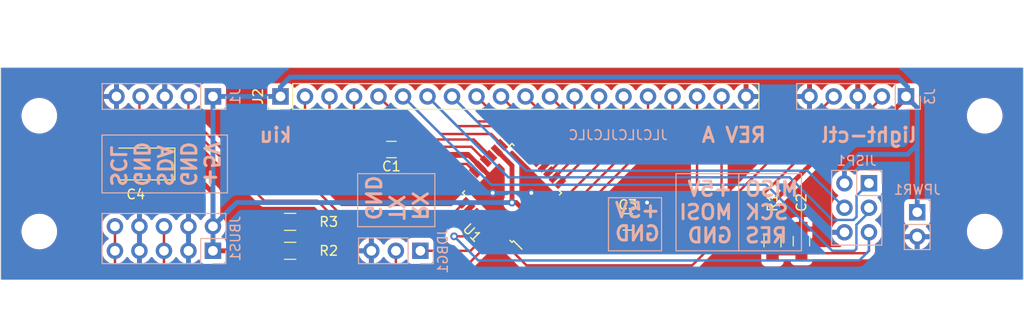
<source format=kicad_pcb>
(kicad_pcb (version 20221018) (generator pcbnew)
  (layers (0 "F.Cu" signal) (31 "B.Cu" signal) (34 "B.Paste" user) (35 "F.Paste" user) (36 "B.SilkS" user "B.Silkscreen") (37 "F.SilkS" user "F.Silkscreen") (38 "B.Mask" user) (39 "F.Mask" user) (44 "Edge.Cuts" user))
  (net 0 "")
  (net 1 "Net-(C1-Pad2)")
  (net 2 "GND")
  (net 3 "ISP_RES")
  (net 4 "+5V")
  (net 5 "SW_01_L01")
  (net 6 "SW_01_BTN")
  (net 7 "SW_07_L02")
  (net 8 "SW_07_L01")
  (net 9 "SW_07_BTN")
  (net 10 "SW_06_L02")
  (net 11 "SW_06_L01")
  (net 12 "SW_06_BTN")
  (net 13 "SW_05_L02")
  (net 14 "SW_05_L01")
  (net 15 "SW_05_BTN")
  (net 16 "SW_04_L02")
  (net 17 "SW_04_L01")
  (net 18 "ISP_SCK")
  (net 19 "ISP_MISO")
  (net 20 "ISP_MOSI")
  (net 21 "SW_02_BTN")
  (net 22 "SW_08_BTN")
  (net 23 "SW_08_L01")
  (net 24 "TWI_SCL")
  (net 25 "TWI_SDA")
  (net 26 "DBG_TX")
  (net 27 "DBG_RX")
  (net 28 "SW_03_BTN")
  (net 29 "SW_02_L02")
  (net 30 "SW_02_L01")
  (footprint "Capacitors_SMD:C_0805_HandSoldering" (layer "F.Cu") (at 140.5 108.5 180)
    (fp_text reference "C1" (at 0 -1.75) (layer "F.SilkS"))
    (fp_text value "100nF")
    (fp_line (start -0.5 0.85) (end 0.5 0.85) (stroke (width 0.12)) (layer "F.SilkS"))
    (fp_line (start 0.5 -0.85) (end -0.5 -0.85) (stroke (width 0.12)) (layer "F.SilkS"))
    (pad "1" smd rect (at -1.25 0 180) (size 1.5 1.25) (layers "F.Cu" "F.Paste" "F.Mask") (net 2 "GND"))
    (pad "2" smd rect (at 1.25 0 180) (size 1.5 1.25) (layers "F.Cu" "F.Paste" "F.Mask") (net 1 "Net-(C1-Pad2)"))
  )
  (footprint "Capacitors_SMD:C_0805_HandSoldering" (layer "F.Cu") (at 165 116)
    (fp_text reference "C3" (at 0 -1.75) (layer "F.SilkS"))
    (fp_text value "100nF")
    (fp_line (start -0.5 0.85) (end 0.5 0.85) (stroke (width 0.12)) (layer "F.SilkS"))
    (fp_line (start 0.5 -0.85) (end -0.5 -0.85) (stroke (width 0.12)) (layer "F.SilkS"))
    (pad "1" smd rect (at -1.25 0) (size 1.5 1.25) (layers "F.Cu" "F.Paste" "F.Mask") (net 4 "+5V"))
    (pad "2" smd rect (at 1.25 0) (size 1.5 1.25) (layers "F.Cu" "F.Paste" "F.Mask") (net 2 "GND"))
  )
  (footprint "Mounting_Holes:MountingHole_3.2mm_M3_DIN965" (layer "F.Cu") (at 104 105)
    (fp_text reference "H1" hide)
    (fp_text value "M3")
    (pad "" np_thru_hole circle (at 0 0) (size 3.2 3.2) (drill 3.2) (layers "*.Cu" "*.Mask"))
  )
  (footprint "Mounting_Holes:MountingHole_3.2mm_M3_DIN965" (layer "F.Cu") (at 202 105)
    (fp_text reference "H2" hide)
    (fp_text value "M3")
    (pad "" np_thru_hole circle (at 0 0) (size 3.2 3.2) (drill 3.2) (layers "*.Cu" "*.Mask"))
  )
  (footprint "Mounting_Holes:MountingHole_3.2mm_M3_DIN965" (layer "F.Cu") (at 202 117)
    (fp_text reference "H3" hide)
    (fp_text value "M3")
    (pad "" np_thru_hole circle (at 0 0) (size 3.2 3.2) (drill 3.2) (layers "*.Cu" "*.Mask"))
  )
  (footprint "Mounting_Holes:MountingHole_3.2mm_M3_DIN965" (layer "F.Cu") (at 104 117)
    (fp_text reference "H4" hide)
    (fp_text value "M3")
    (pad "" np_thru_hole circle (at 0 0) (size 3.2 3.2) (drill 3.2) (layers "*.Cu" "*.Mask"))
  )
  (footprint "Pin_Headers:Pin_Header_Straight_1x20_Pitch2.54mm" (layer "F.Cu") (at 129 103 90)
    (fp_text reference "J2" (at 0 -2.33 90) (layer "F.SilkS"))
    (fp_text value "Conn_01x20")
    (fp_line (start -1.33 -1.33) (end 0 -1.33) (stroke (width 0.12)) (layer "F.SilkS"))
    (fp_line (start -1.33 0) (end -1.33 -1.33) (stroke (width 0.12)) (layer "F.SilkS"))
    (fp_line (start -1.33 1.27) (end -1.33 49.59) (stroke (width 0.12)) (layer "F.SilkS"))
    (fp_line (start -1.33 1.27) (end 1.33 1.27) (stroke (width 0.12)) (layer "F.SilkS"))
    (fp_line (start -1.33 49.59) (end 1.33 49.59) (stroke (width 0.12)) (layer "F.SilkS"))
    (fp_line (start 1.33 1.27) (end 1.33 49.59) (stroke (width 0.12)) (layer "F.SilkS"))
    (pad "1" thru_hole rect (at 0 0 90) (size 1.7 1.7) (drill 1) (layers "*.Cu" "*.Mask") (net 4 "+5V"))
    (pad "2" thru_hole oval (at 0 2.54 90) (size 1.7 1.7) (drill 1) (layers "*.Cu" "*.Mask") (net 21 "SW_02_BTN"))
    (pad "3" thru_hole oval (at 0 5.08 90) (size 1.7 1.7) (drill 1) (layers "*.Cu" "*.Mask") (net 30 "SW_02_L01"))
    (pad "4" thru_hole oval (at 0 7.62 90) (size 1.7 1.7) (drill 1) (layers "*.Cu" "*.Mask") (net 29 "SW_02_L02"))
    (pad "5" thru_hole oval (at 0 10.16 90) (size 1.7 1.7) (drill 1) (layers "*.Cu" "*.Mask") (net 28 "SW_03_BTN"))
    (pad "6" thru_hole oval (at 0 12.7 90) (size 1.7 1.7) (drill 1) (layers "*.Cu" "*.Mask") (net 18 "ISP_SCK"))
    (pad "7" thru_hole oval (at 0 15.24 90) (size 1.7 1.7) (drill 1) (layers "*.Cu" "*.Mask") (net 19 "ISP_MISO"))
    (pad "8" thru_hole oval (at 0 17.78 90) (size 1.7 1.7) (drill 1) (layers "*.Cu" "*.Mask") (net 20 "ISP_MOSI"))
    (pad "9" thru_hole oval (at 0 20.32 90) (size 1.7 1.7) (drill 1) (layers "*.Cu" "*.Mask") (net 17 "SW_04_L01"))
    (pad "10" thru_hole oval (at 0 22.86 90) (size 1.7 1.7) (drill 1) (layers "*.Cu" "*.Mask") (net 16 "SW_04_L02"))
    (pad "11" thru_hole oval (at 0 25.4 90) (size 1.7 1.7) (drill 1) (layers "*.Cu" "*.Mask") (net 15 "SW_05_BTN"))
    (pad "12" thru_hole oval (at 0 27.94 90) (size 1.7 1.7) (drill 1) (layers "*.Cu" "*.Mask") (net 14 "SW_05_L01"))
    (pad "13" thru_hole oval (at 0 30.48 90) (size 1.7 1.7) (drill 1) (layers "*.Cu" "*.Mask") (net 13 "SW_05_L02"))
    (pad "14" thru_hole oval (at 0 33.02 90) (size 1.7 1.7) (drill 1) (layers "*.Cu" "*.Mask") (net 12 "SW_06_BTN"))
    (pad "15" thru_hole oval (at 0 35.56 90) (size 1.7 1.7) (drill 1) (layers "*.Cu" "*.Mask") (net 11 "SW_06_L01"))
    (pad "16" thru_hole oval (at 0 38.1 90) (size 1.7 1.7) (drill 1) (layers "*.Cu" "*.Mask") (net 10 "SW_06_L02"))
    (pad "17" thru_hole oval (at 0 40.64 90) (size 1.7 1.7) (drill 1) (layers "*.Cu" "*.Mask") (net 9 "SW_07_BTN"))
    (pad "18" thru_hole oval (at 0 43.18 90) (size 1.7 1.7) (drill 1) (layers "*.Cu" "*.Mask") (net 8 "SW_07_L01"))
    (pad "19" thru_hole oval (at 0 45.72 90) (size 1.7 1.7) (drill 1) (layers "*.Cu" "*.Mask") (net 7 "SW_07_L02"))
    (pad "20" thru_hole oval (at 0 48.26 90) (size 1.7 1.7) (drill 1) (layers "*.Cu" "*.Mask") (net 2 "GND"))
  )
  (footprint "Resistors_SMD:R_0805_HandSoldering" (layer "F.Cu") (at 180 118 -90)
    (fp_text reference "R1" (at -4 0 90) (layer "F.SilkS"))
    (fp_text value "R")
    (fp_line (start -0.6 -0.88) (end 0.6 -0.88) (stroke (width 0.12)) (layer "F.SilkS"))
    (fp_line (start 0.6 0.88) (end -0.6 0.88) (stroke (width 0.12)) (layer "F.SilkS"))
    (pad "1" smd rect (at -1.35 0 270) (size 1.5 1.3) (layers "F.Cu" "F.Paste" "F.Mask") (net 4 "+5V"))
    (pad "2" smd rect (at 1.35 0 270) (size 1.5 1.3) (layers "F.Cu" "F.Paste" "F.Mask") (net 3 "ISP_RES"))
  )
  (footprint "Resistors_SMD:R_0805_HandSoldering" (layer "F.Cu") (at 130 119)
    (fp_text reference "R2" (at 4 0) (layer "F.SilkS"))
    (fp_text value "R")
    (fp_line (start -0.6 -0.88) (end 0.6 -0.88) (stroke (width 0.12)) (layer "F.SilkS"))
    (fp_line (start 0.6 0.88) (end -0.6 0.88) (stroke (width 0.12)) (layer "F.SilkS"))
    (pad "1" smd rect (at -1.35 0) (size 1.5 1.3) (layers "F.Cu" "F.Paste" "F.Mask") (net 4 "+5V"))
    (pad "2" smd rect (at 1.35 0) (size 1.5 1.3) (layers "F.Cu" "F.Paste" "F.Mask") (net 24 "TWI_SCL"))
  )
  (footprint "Resistors_SMD:R_0805_HandSoldering" (layer "F.Cu") (at 130 116)
    (fp_text reference "R3" (at 4 0) (layer "F.SilkS"))
    (fp_text value "R")
    (fp_line (start -0.6 -0.88) (end 0.6 -0.88) (stroke (width 0.12)) (layer "F.SilkS"))
    (fp_line (start 0.6 0.88) (end -0.6 0.88) (stroke (width 0.12)) (layer "F.SilkS"))
    (pad "1" smd rect (at -1.35 0) (size 1.5 1.3) (layers "F.Cu" "F.Paste" "F.Mask") (net 4 "+5V"))
    (pad "2" smd rect (at 1.35 0) (size 1.5 1.3) (layers "F.Cu" "F.Paste" "F.Mask") (net 25 "TWI_SDA"))
  )
  (footprint "Housings_QFP:LQFP-32_7x7mm_Pitch0.8mm" (layer "F.Cu") (at 153 113 135)
    (fp_text reference "U1" (at 0 -5.85 135) (layer "F.SilkS"))
    (fp_text value "ATmega328PB-AU")
    (fp_line (start -3.625 -3.625) (end -3.625 -3.4) (stroke (width 0.15)) (layer "F.SilkS"))
    (fp_line (start -3.625 -3.625) (end -3.325 -3.625) (stroke (width 0.15)) (layer "F.SilkS"))
    (fp_line (start -3.625 -3.4) (end -4.85 -3.4) (stroke (width 0.15)) (layer "F.SilkS"))
    (fp_line (start -3.625 3.625) (end -3.625 3.325) (stroke (width 0.15)) (layer "F.SilkS"))
    (fp_line (start -3.625 3.625) (end -3.325 3.625) (stroke (width 0.15)) (layer "F.SilkS"))
    (fp_line (start 3.625 -3.625) (end 3.325 -3.625) (stroke (width 0.15)) (layer "F.SilkS"))
    (fp_line (start 3.625 -3.625) (end 3.625 -3.325) (stroke (width 0.15)) (layer "F.SilkS"))
    (fp_line (start 3.625 3.625) (end 3.325 3.625) (stroke (width 0.15)) (layer "F.SilkS"))
    (fp_line (start 3.625 3.625) (end 3.625 3.325) (stroke (width 0.15)) (layer "F.SilkS"))
    (pad "1" smd rect (at -4.25 -2.8 135) (size 1.2 0.6) (layers "F.Cu" "F.Paste" "F.Mask") (net 23 "SW_08_L01"))
    (pad "2" smd rect (at -4.25 -2 135) (size 1.2 0.6) (layers "F.Cu" "F.Paste" "F.Mask") (net 7 "SW_07_L02"))
    (pad "3" smd rect (at -4.25 -1.2 135) (size 1.2 0.6) (layers "F.Cu" "F.Paste" "F.Mask") (net 8 "SW_07_L01"))
    (pad "4" smd rect (at -4.25 -0.4 135) (size 1.2 0.6) (layers "F.Cu" "F.Paste" "F.Mask") (net 4 "+5V"))
    (pad "5" smd rect (at -4.25 0.4 135) (size 1.2 0.6) (layers "F.Cu" "F.Paste" "F.Mask") (net 2 "GND"))
    (pad "6" smd rect (at -4.25 1.2 135) (size 1.2 0.6) (layers "F.Cu" "F.Paste" "F.Mask") (net 9 "SW_07_BTN"))
    (pad "7" smd rect (at -4.25 2 135) (size 1.2 0.6) (layers "F.Cu" "F.Paste" "F.Mask") (net 10 "SW_06_L02"))
    (pad "8" smd rect (at -4.25 2.8 135) (size 1.2 0.6) (layers "F.Cu" "F.Paste" "F.Mask") (net 11 "SW_06_L01"))
    (pad "9" smd rect (at -2.8 4.25 225) (size 1.2 0.6) (layers "F.Cu" "F.Paste" "F.Mask") (net 12 "SW_06_BTN"))
    (pad "10" smd rect (at -2 4.25 225) (size 1.2 0.6) (layers "F.Cu" "F.Paste" "F.Mask") (net 13 "SW_05_L02"))
    (pad "11" smd rect (at -1.2 4.25 225) (size 1.2 0.6) (layers "F.Cu" "F.Paste" "F.Mask") (net 14 "SW_05_L01"))
    (pad "12" smd rect (at -0.4 4.25 225) (size 1.2 0.6) (layers "F.Cu" "F.Paste" "F.Mask") (net 15 "SW_05_BTN"))
    (pad "13" smd rect (at 0.4 4.25 225) (size 1.2 0.6) (layers "F.Cu" "F.Paste" "F.Mask") (net 16 "SW_04_L02"))
    (pad "14" smd rect (at 1.2 4.25 225) (size 1.2 0.6) (layers "F.Cu" "F.Paste" "F.Mask") (net 17 "SW_04_L01"))
    (pad "15" smd rect (at 2 4.25 225) (size 1.2 0.6) (layers "F.Cu" "F.Paste" "F.Mask") (net 20 "ISP_MOSI"))
    (pad "16" smd rect (at 2.8 4.25 225) (size 1.2 0.6) (layers "F.Cu" "F.Paste" "F.Mask") (net 19 "ISP_MISO"))
    (pad "17" smd rect (at 4.25 2.8 135) (size 1.2 0.6) (layers "F.Cu" "F.Paste" "F.Mask") (net 18 "ISP_SCK"))
    (pad "18" smd rect (at 4.25 2 135) (size 1.2 0.6) (layers "F.Cu" "F.Paste" "F.Mask") (net 4 "+5V"))
    (pad "19" smd rect (at 4.25 1.2 135) (size 1.2 0.6) (layers "F.Cu" "F.Paste" "F.Mask") (net 28 "SW_03_BTN"))
    (pad "20" smd rect (at 4.25 0.4 135) (size 1.2 0.6) (layers "F.Cu" "F.Paste" "F.Mask") (net 1 "Net-(C1-Pad2)"))
    (pad "21" smd rect (at 4.25 -0.4 135) (size 1.2 0.6) (layers "F.Cu" "F.Paste" "F.Mask") (net 2 "GND"))
    (pad "22" smd rect (at 4.25 -1.2 135) (size 1.2 0.6) (layers "F.Cu" "F.Paste" "F.Mask") (net 29 "SW_02_L02"))
    (pad "23" smd rect (at 4.25 -2 135) (size 1.2 0.6) (layers "F.Cu" "F.Paste" "F.Mask") (net 30 "SW_02_L01"))
    (pad "24" smd rect (at 4.25 -2.8 135) (size 1.2 0.6) (layers "F.Cu" "F.Paste" "F.Mask") (net 21 "SW_02_BTN"))
    (pad "25" smd rect (at 2.8 -4.25 225) (size 1.2 0.6) (layers "F.Cu" "F.Paste" "F.Mask") (net 6 "SW_01_BTN"))
    (pad "26" smd rect (at 2 -4.25 225) (size 1.2 0.6) (layers "F.Cu" "F.Paste" "F.Mask") (net 5 "SW_01_L01"))
    (pad "27" smd rect (at 1.2 -4.25 225) (size 1.2 0.6) (layers "F.Cu" "F.Paste" "F.Mask") (net 25 "TWI_SDA"))
    (pad "28" smd rect (at 0.4 -4.25 225) (size 1.2 0.6) (layers "F.Cu" "F.Paste" "F.Mask") (net 24 "TWI_SCL"))
    (pad "29" smd rect (at -0.4 -4.25 225) (size 1.2 0.6) (layers "F.Cu" "F.Paste" "F.Mask") (net 3 "ISP_RES"))
    (pad "30" smd rect (at -1.2 -4.25 225) (size 1.2 0.6) (layers "F.Cu" "F.Paste" "F.Mask") (net 27 "DBG_RX"))
    (pad "31" smd rect (at -2 -4.25 225) (size 1.2 0.6) (layers "F.Cu" "F.Paste" "F.Mask") (net 26 "DBG_TX"))
    (pad "32" smd rect (at -2.8 -4.25 225) (size 1.2 0.6) (layers "F.Cu" "F.Paste" "F.Mask") (net 22 "SW_08_BTN"))
  )
  (footprint "Capacitors_Tantalum_SMD:CP_Tantalum_Case-B_EIA-3528-21_Hand" (layer "F.Cu") (at 114 110 180)
    (fp_text reference "C4" (at 0 -3.15) (layer "F.SilkS"))
    (fp_text value "100uF")
    (fp_line (start -4.05 -1.65) (end -4.05 1.65) (stroke (width 0.12)) (layer "F.SilkS"))
    (fp_line (start -4.05 -1.65) (end 1.75 -1.65) (stroke (width 0.12)) (layer "F.SilkS"))
    (fp_line (start -4.05 1.65) (end 1.75 1.65) (stroke (width 0.12)) (layer "F.SilkS"))
    (pad "1" smd rect (at -2.15 0 180) (size 3.2 2.5) (layers "F.Cu" "F.Paste" "F.Mask") (net 4 "+5V"))
    (pad "2" smd rect (at 2.15 0 180) (size 3.2 2.5) (layers "F.Cu" "F.Paste" "F.Mask") (net 2 "GND"))
  )
  (footprint "Capacitors_SMD:C_0805_HandSoldering" (layer "F.Cu") (at 183 118 90)
    (fp_text reference "C2" (at 4 0 90) (layer "F.SilkS"))
    (fp_text value "100nF")
    (fp_line (start -0.5 0.85) (end 0.5 0.85) (stroke (width 0.12)) (layer "F.SilkS"))
    (fp_line (start 0.5 -0.85) (end -0.5 -0.85) (stroke (width 0.12)) (layer "F.SilkS"))
    (pad "1" smd rect (at -1.25 0 90) (size 1.5 1.25) (layers "F.Cu" "F.Paste" "F.Mask") (net 3 "ISP_RES"))
    (pad "2" smd rect (at 1.25 0 90) (size 1.5 1.25) (layers "F.Cu" "F.Paste" "F.Mask") (net 2 "GND"))
  )
  (footprint "Pin_Headers:Pin_Header_Straight_1x05_Pitch2.54mm" (layer "B.Cu") (at 194 103 90)
    (fp_text reference "J3" (at 0 2.33 90) (layer "B.SilkS") (effects (justify mirror)))
    (fp_text value "Conn_01x05")
    (fp_line (start -1.33 -11.49) (end 1.33 -11.49) (stroke (width 0.12)) (layer "B.SilkS"))
    (fp_line (start -1.33 -1.27) (end -1.33 -11.49) (stroke (width 0.12)) (layer "B.SilkS"))
    (fp_line (start -1.33 -1.27) (end 1.33 -1.27) (stroke (width 0.12)) (layer "B.SilkS"))
    (fp_line (start -1.33 0) (end -1.33 1.33) (stroke (width 0.12)) (layer "B.SilkS"))
    (fp_line (start -1.33 1.33) (end 0 1.33) (stroke (width 0.12)) (layer "B.SilkS"))
    (fp_line (start 1.33 -1.27) (end 1.33 -11.49) (stroke (width 0.12)) (layer "B.SilkS"))
    (pad "1" thru_hole rect (at 0 -0.16 90) (size 1.7 1.7) (drill 1) (layers "*.Cu" "*.Mask") (net 4 "+5V"))
    (pad "2" thru_hole oval (at 0 -2.66 90) (size 1.7 1.7) (drill 1) (layers "*.Cu" "*.Mask") (net 22 "SW_08_BTN"))
    (pad "3" thru_hole oval (at 0 -5.16 90) (size 1.7 1.7) (drill 1) (layers "*.Cu" "*.Mask") (net 2 "GND"))
    (pad "4" thru_hole oval (at 0 -7.66 90) (size 1.7 1.7) (drill 1) (layers "*.Cu" "*.Mask") (net 23 "SW_08_L01"))
    (pad "5" thru_hole oval (at 0 -10.16 90) (size 1.7 1.7) (drill 1) (layers "*.Cu" "*.Mask") (net 2 "GND"))
  )
  (footprint "Pin_Headers:Pin_Header_Straight_1x03_Pitch2.54mm" (layer "B.Cu") (at 143.5 119 90)
    (fp_text reference "JDBG1" (at 0 2.33 90) (layer "B.SilkS") (effects (justify mirror)))
    (fp_text value "Conn_01x03")
    (fp_line (start -1.33 -6.41) (end 1.33 -6.41) (stroke (width 0.12)) (layer "B.SilkS"))
    (fp_line (start -1.33 -1.27) (end -1.33 -6.41) (stroke (width 0.12)) (layer "B.SilkS"))
    (fp_line (start -1.33 -1.27) (end 1.33 -1.27) (stroke (width 0.12)) (layer "B.SilkS"))
    (fp_line (start -1.33 0) (end -1.33 1.33) (stroke (width 0.12)) (layer "B.SilkS"))
    (fp_line (start -1.33 1.33) (end 0 1.33) (stroke (width 0.12)) (layer "B.SilkS"))
    (fp_line (start 1.33 -1.27) (end 1.33 -6.41) (stroke (width 0.12)) (layer "B.SilkS"))
    (pad "1" thru_hole rect (at 0 0 90) (size 1.7 1.7) (drill 1) (layers "*.Cu" "*.Mask") (net 27 "DBG_RX"))
    (pad "2" thru_hole oval (at 0 -2.54 90) (size 1.7 1.7) (drill 1) (layers "*.Cu" "*.Mask") (net 26 "DBG_TX"))
    (pad "3" thru_hole oval (at 0 -5.08 90) (size 1.7 1.7) (drill 1) (layers "*.Cu" "*.Mask") (net 2 "GND"))
  )
  (footprint "Pin_Headers:Pin_Header_Straight_1x02_Pitch2.54mm" (layer "B.Cu") (at 195 115 180)
    (fp_text reference "JPWR1" (at 0 2.33) (layer "B.SilkS") (effects (justify mirror)))
    (fp_text value "Conn_01x02")
    (fp_line (start -1.33 -3.87) (end 1.33 -3.87) (stroke (width 0.12)) (layer "B.SilkS"))
    (fp_line (start -1.33 -1.27) (end -1.33 -3.87) (stroke (width 0.12)) (layer "B.SilkS"))
    (fp_line (start -1.33 -1.27) (end 1.33 -1.27) (stroke (width 0.12)) (layer "B.SilkS"))
    (fp_line (start -1.33 0) (end -1.33 1.33) (stroke (width 0.12)) (layer "B.SilkS"))
    (fp_line (start -1.33 1.33) (end 0 1.33) (stroke (width 0.12)) (layer "B.SilkS"))
    (fp_line (start 1.33 -1.27) (end 1.33 -3.87) (stroke (width 0.12)) (layer "B.SilkS"))
    (pad "1" thru_hole rect (at 0 0 180) (size 1.7 1.7) (drill 1) (layers "*.Cu" "*.Mask") (net 4 "+5V"))
    (pad "2" thru_hole oval (at 0 -2.54 180) (size 1.7 1.7) (drill 1) (layers "*.Cu" "*.Mask") (net 2 "GND"))
  )
  (footprint "Pin_Headers:Pin_Header_Straight_2x03_Pitch2.54mm" (layer "B.Cu") (at 190 112 180)
    (fp_text reference "JISP1" (at 1.27 2.33) (layer "B.SilkS") (effects (justify mirror)))
    (fp_text value "Conn_02x03_Odd_Even")
    (fp_line (start -1.33 -6.41) (end 3.87 -6.41) (stroke (width 0.12)) (layer "B.SilkS"))
    (fp_line (start -1.33 -1.27) (end -1.33 -6.41) (stroke (width 0.12)) (layer "B.SilkS"))
    (fp_line (start -1.33 -1.27) (end 1.27 -1.27) (stroke (width 0.12)) (layer "B.SilkS"))
    (fp_line (start -1.33 0) (end -1.33 1.33) (stroke (width 0.12)) (layer "B.SilkS"))
    (fp_line (start -1.33 1.33) (end 0 1.33) (stroke (width 0.12)) (layer "B.SilkS"))
    (fp_line (start 1.27 -1.27) (end 1.27 1.33) (stroke (width 0.12)) (layer "B.SilkS"))
    (fp_line (start 1.27 1.33) (end 3.87 1.33) (stroke (width 0.12)) (layer "B.SilkS"))
    (fp_line (start 3.87 1.33) (end 3.87 -6.41) (stroke (width 0.12)) (layer "B.SilkS"))
    (pad "1" thru_hole rect (at 0 0 180) (size 1.7 1.7) (drill 1) (layers "*.Cu" "*.Mask") (net 19 "ISP_MISO"))
    (pad "2" thru_hole oval (at 2.54 0 180) (size 1.7 1.7) (drill 1) (layers "*.Cu" "*.Mask") (net 4 "+5V"))
    (pad "3" thru_hole oval (at 0 -2.54 180) (size 1.7 1.7) (drill 1) (layers "*.Cu" "*.Mask") (net 18 "ISP_SCK"))
    (pad "4" thru_hole oval (at 2.54 -2.54 180) (size 1.7 1.7) (drill 1) (layers "*.Cu" "*.Mask") (net 20 "ISP_MOSI"))
    (pad "5" thru_hole oval (at 0 -5.08 180) (size 1.7 1.7) (drill 1) (layers "*.Cu" "*.Mask") (net 3 "ISP_RES"))
    (pad "6" thru_hole oval (at 2.54 -5.08 180) (size 1.7 1.7) (drill 1) (layers "*.Cu" "*.Mask") (net 2 "GND"))
  )
  (footprint "Pin_Headers:Pin_Header_Straight_2x05_Pitch2.54mm" (layer "B.Cu") (at 122 119 90)
    (fp_text reference "JBUS1" (at 1.27 2.33 270) (layer "B.SilkS") (effects (justify mirror)))
    (fp_text value "Conn_02x05_Odd_Even")
    (fp_line (start -1.33 -11.49) (end 3.87 -11.49) (stroke (width 0.12)) (layer "B.SilkS"))
    (fp_line (start -1.33 -1.27) (end -1.33 -11.49) (stroke (width 0.12)) (layer "B.SilkS"))
    (fp_line (start -1.33 -1.27) (end 1.27 -1.27) (stroke (width 0.12)) (layer "B.SilkS"))
    (fp_line (start -1.33 0) (end -1.33 1.33) (stroke (width 0.12)) (layer "B.SilkS"))
    (fp_line (start -1.33 1.33) (end 0 1.33) (stroke (width 0.12)) (layer "B.SilkS"))
    (fp_line (start 1.27 -1.27) (end 1.27 1.33) (stroke (width 0.12)) (layer "B.SilkS"))
    (fp_line (start 1.27 1.33) (end 3.87 1.33) (stroke (width 0.12)) (layer "B.SilkS"))
    (fp_line (start 3.87 1.33) (end 3.87 -11.49) (stroke (width 0.12)) (layer "B.SilkS"))
    (pad "1" thru_hole rect (at 0 0 90) (size 1.7 1.7) (drill 1) (layers "*.Cu" "*.Mask") (net 4 "+5V"))
    (pad "2" thru_hole oval (at 2.54 0 90) (size 1.7 1.7) (drill 1) (layers "*.Cu" "*.Mask") (net 4 "+5V"))
    (pad "3" thru_hole oval (at 0 -2.54 90) (size 1.7 1.7) (drill 1) (layers "*.Cu" "*.Mask") (net 2 "GND"))
    (pad "4" thru_hole oval (at 2.54 -2.54 90) (size 1.7 1.7) (drill 1) (layers "*.Cu" "*.Mask") (net 2 "GND"))
    (pad "5" thru_hole oval (at 0 -5.08 90) (size 1.7 1.7) (drill 1) (layers "*.Cu" "*.Mask") (net 25 "TWI_SDA"))
    (pad "6" thru_hole oval (at 2.54 -5.08 90) (size 1.7 1.7) (drill 1) (layers "*.Cu" "*.Mask") (net 25 "TWI_SDA"))
    (pad "7" thru_hole oval (at 0 -7.62 90) (size 1.7 1.7) (drill 1) (layers "*.Cu" "*.Mask") (net 2 "GND"))
    (pad "8" thru_hole oval (at 2.54 -7.62 90) (size 1.7 1.7) (drill 1) (layers "*.Cu" "*.Mask") (net 2 "GND"))
    (pad "9" thru_hole oval (at 0 -10.16 90) (size 1.7 1.7) (drill 1) (layers "*.Cu" "*.Mask") (net 24 "TWI_SCL"))
    (pad "10" thru_hole oval (at 2.54 -10.16 90) (size 1.7 1.7) (drill 1) (layers "*.Cu" "*.Mask") (net 24 "TWI_SCL"))
  )
  (footprint "Pin_Headers:Pin_Header_Straight_1x05_Pitch2.54mm" (layer "B.Cu") (at 122 103 90)
    (fp_text reference "J1" (at 0 2.33 90) (layer "B.SilkS") (effects (justify mirror)))
    (fp_text value "Conn_01x05")
    (fp_line (start -1.33 -11.49) (end 1.33 -11.49) (stroke (width 0.12)) (layer "B.SilkS"))
    (fp_line (start -1.33 -1.27) (end -1.33 -11.49) (stroke (width 0.12)) (layer "B.SilkS"))
    (fp_line (start -1.33 -1.27) (end 1.33 -1.27) (stroke (width 0.12)) (layer "B.SilkS"))
    (fp_line (start -1.33 0) (end -1.33 1.33) (stroke (width 0.12)) (layer "B.SilkS"))
    (fp_line (start -1.33 1.33) (end 0 1.33) (stroke (width 0.12)) (layer "B.SilkS"))
    (fp_line (start 1.33 -1.27) (end 1.33 -11.49) (stroke (width 0.12)) (layer "B.SilkS"))
    (pad "1" thru_hole rect (at 0 0 90) (size 1.7 1.7) (drill 1) (layers "*.Cu" "*.Mask") (net 4 "+5V"))
    (pad "2" thru_hole oval (at 0 -2.5 90) (size 1.7 1.7) (drill 1) (layers "*.Cu" "*.Mask") (net 6 "SW_01_BTN"))
    (pad "3" thru_hole oval (at 0 -5 90) (size 1.7 1.7) (drill 1) (layers "*.Cu" "*.Mask") (net 2 "GND"))
    (pad "4" thru_hole oval (at 0 -7.5 90) (size 1.7 1.7) (drill 1) (layers "*.Cu" "*.Mask") (net 5 "SW_01_L01"))
    (pad "5" thru_hole oval (at 0 -10 90) (size 1.7 1.7) (drill 1) (layers "*.Cu" "*.Mask") (net 2 "GND"))
  )
  (gr_line (start 170 111) (end 170 119) (stroke (width 0.12)) (layer "B.SilkS"))
  (gr_line (start 163 119) (end 168.5 119) (stroke (width 0.12)) (layer "B.SilkS"))
  (gr_line (start 137 111) (end 137 116.5) (stroke (width 0.12)) (layer "B.SilkS"))
  (gr_line (start 110.5 107) (end 110.5 113) (stroke (width 0.12)) (layer "B.SilkS"))
  (gr_line (start 183 111) (end 170 111) (stroke (width 0.12)) (layer "B.SilkS"))
  (gr_line (start 170 119) (end 183 119) (stroke (width 0.12)) (layer "B.SilkS"))
  (gr_line (start 168.5 113.5) (end 163 113.5) (stroke (width 0.12)) (layer "B.SilkS"))
  (gr_line (start 163 113.5) (end 163 119) (stroke (width 0.12)) (layer "B.SilkS"))
  (gr_line (start 123.5 107) (end 110.5 107) (stroke (width 0.12)) (layer "B.SilkS"))
  (gr_line (start 137 116.5) (end 145 116.5) (stroke (width 0.12)) (layer "B.SilkS"))
  (gr_line (start 145 116.5) (end 145 111) (stroke (width 0.12)) (layer "B.SilkS"))
  (gr_line (start 183 119) (end 183 111) (stroke (width 0.12)) (layer "B.SilkS"))
  (gr_line (start 168.5 119) (end 168.5 113.5) (stroke (width 0.12)) (layer "B.SilkS"))
  (gr_line (start 145 111) (end 137 111) (stroke (width 0.12)) (layer "B.SilkS"))
  (gr_line (start 176.5 119) (end 176.5 111) (stroke (width 0.12)) (layer "B.SilkS"))
  (gr_line (start 110.5 113) (end 123.5 113) (stroke (width 0.12)) (layer "B.SilkS"))
  (gr_line (start 123.5 113) (end 123.5 107) (stroke (width 0.12)) (layer "B.SilkS"))
  (gr_line (start 100 100) (end 206 100) (stroke (width 0.05)) (layer "Edge.Cuts"))
  (gr_line (start 206 122) (end 206 100) (stroke (width 0.05)) (layer "Edge.Cuts"))
  (gr_line (start 206 122) (end 100 122) (stroke (width 0.05)) (layer "Edge.Cuts"))
  (gr_line (start 100 100) (end 100 122) (stroke (width 0.05)) (layer "Edge.Cuts"))
  (gr_text "REV A" (at 176 107) (layer "B.SilkS") (effects (font (size 1.5 1.5) (thickness 0.3)) (justify mirror)))
  (gr_text "kiu" (at 128.5 107) (layer "B.SilkS") (effects (font (size 1.5 1.5) (thickness 0.3)) (justify mirror)))
  (gr_text "+5V\nMOSI\nGND" (at 176 115) (layer "B.SilkS") (effects (font (size 1.5 1.5) (thickness 0.3)) (justify left mirror)))
  (gr_text "MISO\nSCK\nRES" (at 177 115) (layer "B.SilkS") (effects (font (size 1.5 1.5) (thickness 0.3)) (justify right mirror)))
  (gr_text "+5V\nGND" (at 166 116) (layer "B.SilkS") (effects (font (size 1.5 1.5) (thickness 0.3)) (justify mirror)))
  (gr_text "light-ctl" (at 190 107) (layer "B.SilkS") (effects (font (size 1.5 1.5) (thickness 0.3)) (justify mirror)))
  (gr_text "+5V\nGND\nSDA\nGND\nSCL" (at 117 112.5 270) (layer "B.SilkS") (effects (font (size 1.5 1.5) (thickness 0.3)) (justify left mirror)))
  (gr_text "RX\nTX\nGND" (at 141 116 270) (layer "B.SilkS") (effects (font (size 1.5 1.5) (thickness 0.3)) (justify left mirror)))
  (gr_text "JLCJLCJLCJLC" (at 164 107) (layer "B.SilkS") (effects (font (size 1 1)) (justify mirror)))
  (segment (start 139.25 107.25) (end 139.25 108.5) (width 0.25) (layer "F.Cu") (net 1))
  (segment (start 143 107) (end 139.5 107) (width 0.25) (layer "F.Cu") (net 1))
  (segment (start 139.5 107) (end 139.25 107.25) (width 0.25) (layer "F.Cu") (net 1))
  (segment (start 144.217157 108.217157) (end 143 107) (width 0.25) (layer "F.Cu") (net 1))
  (segment (start 150.277639 109.711953) (end 148.782843 108.217157) (width 0.25) (layer "F.Cu") (net 1))
  (segment (start 148.782843 108.217157) (end 144.217157 108.217157) (width 0.25) (layer "F.Cu") (net 1))
  (segment (start 156.808768 116.243082) (end 156.288047 115.722361) (width 0.5) (layer "F.Cu") (net 2))
  (segment (start 156.288047 115.722361) (end 155 114.434314) (width 0.5) (layer "F.Cu") (net 2))
  (segment (start 149.711953 110.277639) (end 148.434314 109) (width 0.5) (layer "F.Cu") (net 2))
  (segment (start 151 111.565686) (end 151 113) (width 0.5) (layer "F.Cu") (net 2))
  (segment (start 163 114) (end 160.756918 116.243082) (width 0.5) (layer "F.Cu") (net 2))
  (segment (start 160.756918 116.243082) (end 156.808768 116.243082) (width 0.5) (layer "F.Cu") (net 2))
  (segment (start 148.434314 109) (end 142.25 109) (width 0.5) (layer "F.Cu") (net 2))
  (segment (start 149.711953 110.277639) (end 151 111.565686) (width 0.5) (layer "F.Cu") (net 2))
  (segment (start 142.25 109) (end 141.75 108.5) (width 0.5) (layer "F.Cu") (net 2))
  (segment (start 167 114) (end 163 114) (width 0.5) (layer "F.Cu") (net 2))
  (segment (start 155 114.434314) (end 155 113) (width 0.5) (layer "F.Cu") (net 2))
  (via (at 151 113) (size 0.8) (drill 0.4) (layers "F.Cu" "B.Cu") (net 2))
  (via (at 167 114) (size 0.8) (drill 0.4) (layers "F.Cu" "B.Cu") (net 2))
  (via (at 155 113) (size 0.8) (drill 0.4) (layers "F.Cu" "B.Cu") (net 2))
  (segment (start 149.065686 117.5) (end 147 117.5) (width 0.25) (layer "F.Cu") (net 3))
  (segment (start 189.75 119.25) (end 190 119) (width 0.25) (layer "F.Cu") (net 3))
  (segment (start 183 119.25) (end 189.75 119.25) (width 0.25) (layer "F.Cu") (net 3))
  (segment (start 190 119) (end 190 117.08) (width 0.25) (layer "F.Cu") (net 3))
  (segment (start 150.277639 116.288047) (end 149.065686 117.5) (width 0.25) (layer "F.Cu") (net 3))
  (segment (start 182.9 119.35) (end 183 119.25) (width 0.25) (layer "F.Cu") (net 3))
  (segment (start 180 119.35) (end 182.9 119.35) (width 0.25) (layer "F.Cu") (net 3))
  (via (at 147 117.5) (size 0.8) (drill 0.4) (layers "F.Cu" "B.Cu") (net 3))
  (segment (start 189 120) (end 149.5 120) (width 0.25) (layer "B.Cu") (net 3))
  (segment (start 148.205012 118.705012) (end 147 117.5) (width 0.25) (layer "B.Cu") (net 3))
  (segment (start 190 117.08) (end 190 119) (width 0.25) (layer "B.Cu") (net 3))
  (segment (start 190 119) (end 189 120) (width 0.25) (layer "B.Cu") (net 3))
  (segment (start 149.5 120) (end 148.205012 118.705012) (width 0.25) (layer "B.Cu") (net 3))
  (segment (start 180 114) (end 188.5 105.5) (width 0.5) (layer "F.Cu") (net 4))
  (segment (start 151.40901 108.580583) (end 153 110.171573) (width 0.5) (layer "F.Cu") (net 4))
  (segment (start 122 119) (end 128.65 119) (width 0.5) (layer "F.Cu") (net 4))
  (segment (start 180 116.65) (end 180 114) (width 0.5) (layer "F.Cu") (net 4))
  (segment (start 116.15 110) (end 119 110) (width 0.5) (layer "F.Cu") (net 4))
  (segment (start 192 105) (end 194 103) (width 0.5) (layer "F.Cu") (net 4))
  (segment (start 155.722361 116.288047) (end 153.434314 114) (width 0.5) (layer "F.Cu") (net 4))
  (segment (start 188.5 105.5) (end 191.5 105.5) (width 0.5) (layer "F.Cu") (net 4))
  (segment (start 119 110) (end 122 113) (width 0.5) (layer "F.Cu") (net 4))
  (segment (start 164 116.25) (end 162.5 116.25) (width 0.5) (layer "F.Cu") (net 4))
  (segment (start 161.806907 116.943093) (end 161.941233 116.808767) (width 0.5) (layer "F.Cu") (net 4))
  (segment (start 156.377407 116.943093) (end 161.806907 116.943093) (width 0.5) (layer "F.Cu") (net 4))
  (segment (start 155.722361 116.288047) (end 156.377407 116.943093) (width 0.5) (layer "F.Cu") (net 4))
  (segment (start 153.434314 114) (end 153 114) (width 0.5) (layer "F.Cu") (net 4))
  (segment (start 128.65 119) (end 128.65 116) (width 0.5) (layer "F.Cu") (net 4))
  (segment (start 162.5 116.25) (end 161.806907 116.943093) (width 0.5) (layer "F.Cu") (net 4))
  (segment (start 122 113) (end 122 116.46) (width 0.5) (layer "F.Cu") (net 4))
  (segment (start 191.5 105.5) (end 192 105) (width 0.5) (layer "F.Cu") (net 4))
  (segment (start 153 110.171573) (end 153 114) (width 0.5) (layer "F.Cu") (net 4))
  (via (at 153 114) (size 0.8) (drill 0.4) (layers "F.Cu" "B.Cu") (net 4))
  (segment (start 194 109) (end 195 108) (width 0.5) (layer "B.Cu") (net 4))
  (segment (start 122 119) (end 122 116.46) (width 0.5) (layer "B.Cu") (net 4))
  (segment (start 187.46 110.54) (end 189 109) (width 0.5) (layer "B.Cu") (net 4))
  (segment (start 187.46 112) (end 187.46 110.54) (width 0.5) (layer "B.Cu") (net 4))
  (segment (start 195 115) (end 195 108) (width 0.5) (layer "B.Cu") (net 4))
  (segment (start 122 116.46) (end 124.46 114) (width 0.5) (layer "B.Cu") (net 4))
  (segment (start 195 108) (end 195 104.16) (width 0.5) (layer "B.Cu") (net 4))
  (segment (start 194 103) (end 194 102) (width 0.5) (layer "B.Cu") (net 4))
  (segment (start 194 102) (end 193 101) (width 0.5) (layer "B.Cu") (net 4))
  (segment (start 187.46 112) (end 187.46 111.46) (width 0.5) (layer "B.Cu") (net 4))
  (segment (start 130 101) (end 129 102) (width 0.5) (layer "B.Cu") (net 4))
  (segment (start 151.577336 114) (end 153 114) (width 0.5) (layer "B.Cu") (net 4))
  (segment (start 193 101) (end 130 101) (width 0.5) (layer "B.Cu") (net 4))
  (segment (start 122 116.46) (end 122 103) (width 0.5) (layer "B.Cu") (net 4))
  (segment (start 195 104.16) (end 193.84 103) (width 0.5) (layer "B.Cu") (net 4))
  (segment (start 189 109) (end 194 109) (width 0.5) (layer "B.Cu") (net 4))
  (segment (start 124.46 114) (end 151.577336 114) (width 0.5) (layer "B.Cu") (net 4))
  (segment (start 122 119) (end 122 117.65) (width 0.5) (layer "B.Cu") (net 4))
  (segment (start 129 102) (end 129 103) (width 0.5) (layer "B.Cu") (net 4))
  (segment (start 122 103) (end 129 103) (width 0.5) (layer "B.Cu") (net 4))
  (segment (start 118.5 105) (end 114.76 105) (width 0.25) (layer "F.Cu") (net 5))
  (segment (start 132.81 113.81) (end 127.31 113.81) (width 0.25) (layer "F.Cu") (net 5))
  (segment (start 127.31 113.81) (end 118.5 105) (width 0.25) (layer "F.Cu") (net 5))
  (segment (start 114.38 104.62) (end 114.38 103) (width 0.25) (layer "F.Cu") (net 5))
  (segment (start 114.76 105) (end 114.38 104.62) (width 0.25) (layer "F.Cu") (net 5))
  (segment (start 147.721565 115.450008) (end 134.450008 115.450008) (width 0.25) (layer "F.Cu") (net 5))
  (segment (start 134.450008 115.450008) (end 132.81 113.81) (width 0.25) (layer "F.Cu") (net 5))
  (segment (start 148.580583 114.59099) (end 147.721565 115.450008) (width 0.25) (layer "F.Cu") (net 5))
  (segment (start 119.46 104.96) (end 127.5 113) (width 0.25) (layer "F.Cu") (net 6))
  (segment (start 127.5 113) (end 133 113) (width 0.25) (layer "F.Cu") (net 6))
  (segment (start 119.46 103) (end 119.46 104.96) (width 0.25) (layer "F.Cu") (net 6))
  (segment (start 133 113) (end 135 115) (width 0.25) (layer "F.Cu") (net 6))
  (segment (start 147.040202 115) (end 148.014897 114.025305) (width 0.25) (layer "F.Cu") (net 6))
  (segment (start 135 115) (end 147.040202 115) (width 0.25) (layer "F.Cu") (net 6))
  (segment (start 174.72 113.28) (end 174.72 110.28) (width 0.25) (layer "F.Cu") (net 7))
  (segment (start 154.59099 117.419417) (end 155.139687 117.968114) (width 0.25) (layer "F.Cu") (net 7))
  (segment (start 170.031886 117.968114) (end 174.72 113.28) (width 0.25) (layer "F.Cu") (net 7))
  (segment (start 155.139687 117.968114) (end 170.031886 117.968114) (width 0.25) (layer "F.Cu") (net 7))
  (segment (start 174.72 110.28) (end 174.72 103) (width 0.25) (layer "F.Cu") (net 7))
  (segment (start 172.18 114.32) (end 172.18 111.82) (width 0.25) (layer "F.Cu") (net 8))
  (segment (start 168.981897 117.518103) (end 172.18 114.32) (width 0.25) (layer "F.Cu") (net 8))
  (segment (start 155.821048 117.518103) (end 168.981897 117.518103) (width 0.25) (layer "F.Cu") (net 8))
  (segment (start 172.18 111.82) (end 172.18 103) (width 0.25) (layer "F.Cu") (net 8))
  (segment (start 155.156676 116.853732) (end 155.821048 117.518103) (width 0.25) (layer "F.Cu") (net 8))
  (segment (start 157.277996 115.58094) (end 159.41906 115.58094) (width 0.25) (layer "F.Cu") (net 9))
  (segment (start 156.853732 115.156676) (end 157.277996 115.58094) (width 0.25) (layer "F.Cu") (net 9))
  (segment (start 169.64 105.36) (end 169.64 103) (width 0.25) (layer "F.Cu") (net 9))
  (segment (start 159.41906 115.58094) (end 169.64 105.36) (width 0.25) (layer "F.Cu") (net 9))
  (segment (start 157.843681 115.015254) (end 157.419417 114.59099) (width 0.25) (layer "F.Cu") (net 10))
  (segment (start 167.1 106.450401) (end 158.535147 115.015254) (width 0.25) (layer "F.Cu") (net 10))
  (segment (start 167.1 103) (end 167.1 106.450401) (width 0.25) (layer "F.Cu") (net 10))
  (segment (start 158.535147 115.015254) (end 157.843681 115.015254) (width 0.25) (layer "F.Cu") (net 10))
  (segment (start 164.56 103) (end 164.56 107.450408) (width 0.25) (layer "F.Cu") (net 11))
  (segment (start 164.56 107.450408) (end 157.985103 114.025305) (width 0.25) (layer "F.Cu") (net 11))
  (segment (start 162.02 107.939798) (end 157.985103 111.974695) (width 0.25) (layer "F.Cu") (net 12))
  (segment (start 162.02 103) (end 162.02 107.939798) (width 0.25) (layer "F.Cu") (net 12))
  (segment (start 159.48 103) (end 159.48 109.348427) (width 0.25) (layer "F.Cu") (net 13))
  (segment (start 159.48 109.348427) (end 157.419417 111.40901) (width 0.25) (layer "F.Cu") (net 13))
  (segment (start 157.848528 103.908528) (end 156.94 103) (width 0.25) (layer "F.Cu") (net 14))
  (segment (start 158.5 109.197056) (end 158.5 104.56) (width 0.25) (layer "F.Cu") (net 14))
  (segment (start 158.5 104.56) (end 157.848528 103.908528) (width 0.25) (layer "F.Cu") (net 14))
  (segment (start 156.853732 110.843324) (end 158.5 109.197056) (width 0.25) (layer "F.Cu") (net 14))
  (segment (start 156.288047 110.277639) (end 157.532843 109.032843) (width 0.25) (layer "F.Cu") (net 15))
  (segment (start 157.532843 106.132843) (end 157 105.6) (width 0.25) (layer "F.Cu") (net 15))
  (segment (start 157 105.6) (end 154.4 103) (width 0.25) (layer "F.Cu") (net 15))
  (segment (start 157.532843 109.032843) (end 157.532843 106.132843) (width 0.25) (layer "F.Cu") (net 15))
  (segment (start 157 106.5) (end 154.959978 104.459978) (width 0.25) (layer "F.Cu") (net 16))
  (segment (start 154.959978 104.459978) (end 153.319978 104.459978) (width 0.25) (layer "F.Cu") (net 16))
  (segment (start 157 108.434314) (end 157 106.5) (width 0.25) (layer "F.Cu") (net 16))
  (segment (start 153.319978 104.459978) (end 151.86 103) (width 0.25) (layer "F.Cu") (net 16))
  (segment (start 155.722361 109.711953) (end 157 108.434314) (width 0.25) (layer "F.Cu") (net 16))
  (segment (start 156 108.302944) (end 156 107) (width 0.25) (layer "F.Cu") (net 17))
  (segment (start 153.909989 104.909989) (end 151.229989 104.909989) (width 0.25) (layer "F.Cu") (net 17))
  (segment (start 155.156676 109.146268) (end 156 108.302944) (width 0.25) (layer "F.Cu") (net 17))
  (segment (start 151.229989 104.909989) (end 149.32 103) (width 0.25) (layer "F.Cu") (net 17))
  (segment (start 156 107) (end 153.909989 104.909989) (width 0.25) (layer "F.Cu") (net 17))
  (segment (start 151.974695 108.014897) (end 150.853026 106.893228) (width 0.25) (layer "F.Cu") (net 18))
  (segment (start 144.7 106) (end 141.7 103) (width 0.25) (layer "F.Cu") (net 18))
  (segment (start 145.593228 106.893228) (end 144.7 106) (width 0.25) (layer "F.Cu") (net 18))
  (segment (start 150.853026 106.893228) (end 145.593228 106.893228) (width 0.25) (layer "F.Cu") (net 18))
  (segment (start 188.7 116.640998) (end 188.7 118.8) (width 0.25) (layer "B.Cu") (net 18))
  (segment (start 188.7 116.3) (end 190 115) (width 0.25) (layer "B.Cu") (net 18))
  (segment (start 150.85 112.15) (end 141.7 103) (width 0.25) (layer "B.Cu") (net 18))
  (segment (start 188.7 118.8) (end 188.5 119) (width 0.25) (layer "B.Cu") (net 18))
  (segment (start 190 115) (end 190 114.54) (width 0.25) (layer "B.Cu") (net 18))
  (segment (start 188.5 119) (end 186.2 119) (width 0.25) (layer "B.Cu") (net 18))
  (segment (start 179.35 112.15) (end 150.85 112.15) (width 0.25) (layer "B.Cu") (net 18))
  (segment (start 188.7 116.640998) (end 188.7 116.3) (width 0.25) (layer "B.Cu") (net 18))
  (segment (start 186.2 119) (end 179.35 112.15) (width 0.25) (layer "B.Cu") (net 18))
  (segment (start 146.315023 105.075023) (end 144.24 103) (width 0.25) (layer "F.Cu") (net 19))
  (segment (start 152.085431 106.075023) (end 147.315023 106.075023) (width 0.25) (layer "F.Cu") (net 19))
  (segment (start 154.025305 108.014897) (end 152.085431 106.075023) (width 0.25) (layer "F.Cu") (net 19))
  (segment (start 147.315023 106.075023) (end 146.315023 105.075023) (width 0.25) (layer "F.Cu") (net 19))
  (segment (start 186.2 115.8) (end 181.78 111.38) (width 0.25) (layer "B.Cu") (net 19))
  (segment (start 188.715001 115.484999) (end 188.4 115.8) (width 0.25) (layer "B.Cu") (net 19))
  (segment (start 190 112) (end 188.715001 113.284999) (width 0.25) (layer "B.Cu") (net 19))
  (segment (start 188.4 115.8) (end 186.2 115.8) (width 0.25) (layer "B.Cu") (net 19))
  (segment (start 181.78 111.38) (end 152.62 111.38) (width 0.25) (layer "B.Cu") (net 19))
  (segment (start 188.715001 113.284999) (end 188.715001 115.484999) (width 0.25) (layer "B.Cu") (net 19))
  (segment (start 152.62 111.38) (end 144.24 103) (width 0.25) (layer "B.Cu") (net 19))
  (segment (start 149.14 105.36) (end 146.78 103) (width 0.25) (layer "F.Cu") (net 20))
  (segment (start 154.59099 108.580583) (end 155.5 107.671573) (width 0.25) (layer "F.Cu") (net 20))
  (segment (start 153.590714 105.590714) (end 149.370714 105.590714) (width 0.25) (layer "F.Cu") (net 20))
  (segment (start 155.5 107.671573) (end 155.5 107.5) (width 0.25) (layer "F.Cu") (net 20))
  (segment (start 155.5 107.5) (end 153.590714 105.590714) (width 0.25) (layer "F.Cu") (net 20))
  (segment (start 149.370714 105.590714) (end 149.14 105.36) (width 0.25) (layer "F.Cu") (net 20))
  (segment (start 183.616639 110.696639) (end 187.46 114.54) (width 0.25) (layer "B.Cu") (net 20))
  (segment (start 146.78 103) (end 154.476639 110.696639) (width 0.25) (layer "B.Cu") (net 20))
  (segment (start 154.476639 110.696639) (end 183.616639 110.696639) (width 0.25) (layer "B.Cu") (net 20))
  (segment (start 137.08 111) (end 131.54 105.46) (width 0.25) (layer "F.Cu") (net 21))
  (segment (start 147.040202 111) (end 137.08 111) (width 0.25) (layer "F.Cu") (net 21))
  (segment (start 148.014897 111.974695) (end 147.040202 111) (width 0.25) (layer "F.Cu") (net 21))
  (segment (start 131.54 105.46) (end 131.54 103) (width 0.25) (layer "F.Cu") (net 21))
  (segment (start 187.761822 104.42499) (end 190.03501 104.42499) (width 0.25) (layer "F.Cu") (net 22))
  (segment (start 190.03501 104.42499) (end 191.46 103) (width 0.25) (layer "F.Cu") (net 22))
  (segment (start 154.494796 120.505204) (end 171.681608 120.505204) (width 0.25) (layer "F.Cu") (net 22))
  (segment (start 151.974695 117.985103) (end 154.494796 120.505204) (width 0.25) (layer "F.Cu") (net 22))
  (segment (start 171.681608 120.505204) (end 187.761822 104.42499) (width 0.25) (layer "F.Cu") (net 22))
  (segment (start 170.904968 118.475032) (end 154.515234 118.475032) (width 0.25) (layer "F.Cu") (net 23))
  (segment (start 186.38 103) (end 170.904968 118.475032) (width 0.25) (layer "F.Cu") (net 23))
  (segment (start 154.515234 118.475032) (end 154.025305 117.985103) (width 0.25) (layer "F.Cu") (net 23))
  (segment (start 112.950011 121.450011) (end 129.799989 121.450011) (width 0.25) (layer "F.Cu") (net 24))
  (segment (start 132.200056 119) (end 134.850028 116.350028) (width 0.25) (layer "F.Cu") (net 24))
  (segment (start 149.084286 116.350028) (end 134.850028 116.350028) (width 0.25) (layer "F.Cu") (net 24))
  (segment (start 111.84 119) (end 111.84 116.46) (width 0.25) (layer "F.Cu") (net 24))
  (segment (start 131.35 119) (end 132.200056 119) (width 0.25) (layer "F.Cu") (net 24))
  (segment (start 129.799989 121.450011) (end 131.35 119.9) (width 0.25) (layer "F.Cu") (net 24))
  (segment (start 149.711953 115.722361) (end 149.084286 116.350028) (width 0.25) (layer "F.Cu") (net 24))
  (segment (start 111.84 120.34) (end 112.950011 121.450011) (width 0.25) (layer "F.Cu") (net 24))
  (segment (start 131.35 119.9) (end 131.35 119) (width 0.25) (layer "F.Cu") (net 24))
  (segment (start 111.84 119) (end 111.84 120.34) (width 0.25) (layer "F.Cu") (net 24))
  (segment (start 148.402925 115.900019) (end 131.449981 115.900019) (width 0.25) (layer "F.Cu") (net 25))
  (segment (start 116.92 119) (end 116.92 120.42) (width 0.25) (layer "F.Cu") (net 25))
  (segment (start 117.5 121) (end 129 121) (width 0.25) (layer "F.Cu") (net 25))
  (segment (start 130 120) (end 130 117.35) (width 0.25) (layer "F.Cu") (net 25))
  (segment (start 149.146268 115.156676) (end 148.402925 115.900019) (width 0.25) (layer "F.Cu") (net 25))
  (segment (start 131.449981 115.900019) (end 131.35 116) (width 0.25) (layer "F.Cu") (net 25))
  (segment (start 129 121) (end 130 120) (width 0.25) (layer "F.Cu") (net 25))
  (segment (start 116.92 120.42) (end 117.5 121) (width 0.25) (layer "F.Cu") (net 25))
  (segment (start 130 117.35) (end 131.35 116) (width 0.25) (layer "F.Cu") (net 25))
  (segment (start 116.92 119) (end 116.92 116.46) (width 0.25) (layer "F.Cu") (net 25))
  (segment (start 151.40901 117.419417) (end 147.828427 121) (width 0.25) (layer "F.Cu") (net 26))
  (segment (start 140.96 120.46) (end 140.96 119) (width 0.25) (layer "F.Cu") (net 26))
  (segment (start 141.5 121) (end 140.96 120.46) (width 0.25) (layer "F.Cu") (net 26))
  (segment (start 147.828427 121) (end 141.5 121) (width 0.25) (layer "F.Cu") (net 26))
  (segment (start 150.843324 116.853732) (end 148.697056 119) (width 0.25) (layer "F.Cu") (net 27))
  (segment (start 148.697056 119) (end 143.5 119) (width 0.25) (layer "F.Cu") (net 27))
  (segment (start 149.038567 107.461433) (end 144.961433 107.461433) (width 0.25) (layer "F.Cu") (net 28))
  (segment (start 150.723402 109.146268) (end 149.038567 107.461433) (width 0.25) (layer "F.Cu") (net 28))
  (segment (start 141.83 105.67) (end 139.16 103) (width 0.25) (layer "F.Cu") (net 28))
  (segment (start 144.961433 107.461433) (end 143.17 105.67) (width 0.25) (layer "F.Cu") (net 28))
  (segment (start 143.17 105.67) (end 141.83 105.67) (width 0.25) (layer "F.Cu") (net 28))
  (segment (start 150.843324 109.146268) (end 150.723402 109.146268) (width 0.25) (layer "F.Cu") (net 28))
  (segment (start 149.146268 110.843324) (end 148.302944 110) (width 0.25) (layer "F.Cu") (net 29))
  (segment (start 136.62 103) (end 136.62 108.62) (width 0.25) (layer "F.Cu") (net 29))
  (segment (start 148.302944 110) (end 138 110) (width 0.25) (layer "F.Cu") (net 29))
  (segment (start 136.62 108.62) (end 138 110) (width 0.25) (layer "F.Cu") (net 29))
  (segment (start 148.580583 111.40901) (end 147.671573 110.5) (width 0.25) (layer "F.Cu") (net 30))
  (segment (start 137.5 110.5) (end 134.08 107.08) (width 0.25) (layer "F.Cu") (net 30))
  (segment (start 134.08 107.08) (end 134.08 103) (width 0.25) (layer "F.Cu") (net 30))
  (segment (start 147.671573 110.5) (end 137.5 110.5) (width 0.25) (layer "F.Cu") (net 30))
  (zone (net 2) (net_name "GND") (layer "F.Cu") (connect_pads (clearance 0.508)) (min_thickness 0.254) (fill yes (thermal_gap 0.508) (thermal_bridge_width 0.508))
    (polygon (pts (xy 206 122) (xy 100 122) (xy 100 100) (xy 206 100)))
  )
  (zone (net 2) (net_name "GND") (layer "B.Cu") (connect_pads (clearance 0.508)) (min_thickness 0.254) (fill yes (thermal_gap 0.508) (thermal_bridge_width 0.508))
    (polygon (pts (xy 206 122) (xy 100 122) (xy 100 100) (xy 206 100)))
  )
)
</source>
